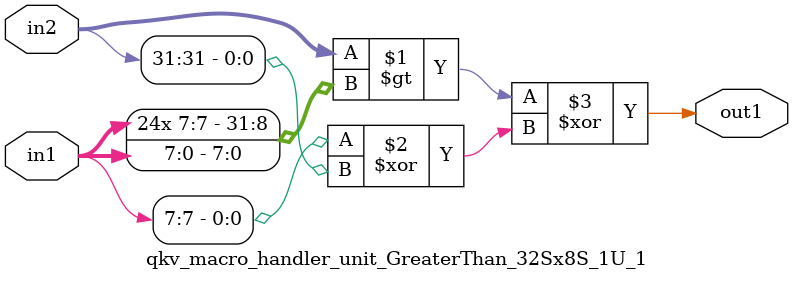
<source format=v>

`timescale 1ps / 1ps


module qkv_macro_handler_unit_GreaterThan_32Sx8S_1U_1( in2, in1, out1 );

    input [31:0] in2;
    input [7:0] in1;
    output out1;

    
    // rtl_process:qkv_macro_handler_unit_GreaterThan_32Sx8S_1U_1/qkv_macro_handler_unit_GreaterThan_32Sx8S_1U_1_thread_1
    assign out1 = (in2 > {{ 24 {in1[7]}}, in1} ^ (in1[7] ^ in2[31]));

endmodule



</source>
